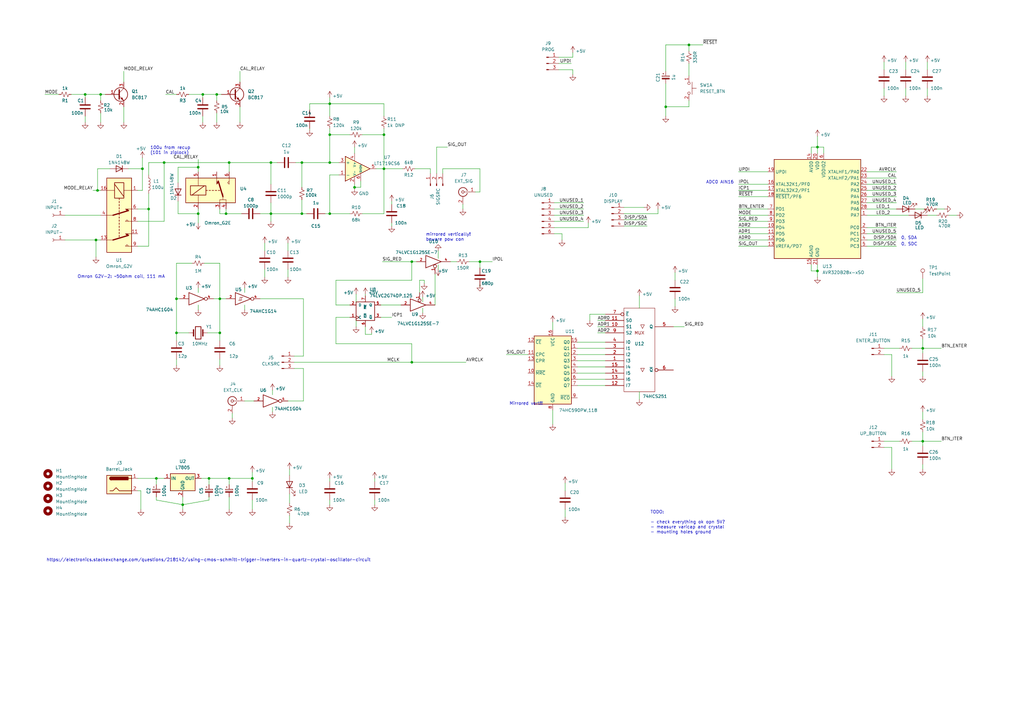
<source format=kicad_sch>
(kicad_sch (version 20211123) (generator eeschema)
  (paper "A3")
  (junction (at 135.255 87.63))
  (junction (at 123.825 66.675))
  (junction (at 93.98 66.675))
  (junction (at 135.255 42.545))
  (junction (at 72.39 122.555))
  (junction (at 85.725 196.215))
  (junction (at 168.91 107.315))
  (junction (at 64.135 196.215))
  (junction (at 74.93 207.01))
  (junction (at 378.46 180.975))
  (junction (at 145.415 76.835))
  (junction (at 111.125 66.675))
  (junction (at 135.255 55.245))
  (junction (at 282.575 18.415))
  (junction (at 88.9 38.735))
  (junction (at 90.17 122.555))
  (junction (at 378.46 142.875))
  (junction (at 41.275 38.735))
  (junction (at 81.28 68.58))
  (junction (at 335.28 60.325))
  (junction (at 196.85 107.315))
  (junction (at 111.125 87.63))
  (junction (at 123.825 87.63))
  (junction (at 67.31 66.675))
  (junction (at 40.005 78.105))
  (junction (at 273.05 43.815))
  (junction (at 103.505 196.215))
  (junction (at 168.91 148.59))
  (junction (at 39.37 98.425))
  (junction (at 135.255 66.675))
  (junction (at 157.48 55.245))
  (junction (at 92.71 87.63))
  (junction (at 93.98 196.215))
  (junction (at 81.28 87.63))
  (junction (at 58.42 69.215))
  (junction (at 335.28 111.125))
  (junction (at 60.96 85.725))
  (junction (at 157.48 69.215))
  (junction (at 34.925 38.735))
  (junction (at 83.185 38.735))
  (junction (at 72.39 136.525))
  (junction (at 90.17 136.525))
  (wire (pts (xy 231.775 208.915) (xy 231.775 212.09)))
  (wire (pts (xy 83.185 38.735) (xy 83.185 40.005)))
  (wire (pts (xy 236.855 158.115) (xy 248.285 158.115)))
  (wire (pts (xy 143.51 55.245) (xy 135.255 55.245)))
  (wire (pts (xy 152.4 136.525) (xy 152.4 137.16)))
  (wire (pts (xy 93.98 196.215) (xy 93.98 198.755)))
  (wire (pts (xy 81.28 68.58) (xy 81.28 65.405)))
  (wire (pts (xy 103.505 205.105) (xy 103.505 208.915)))
  (wire (pts (xy 56.515 90.805) (xy 67.31 90.805)))
  (wire (pts (xy 302.895 70.485) (xy 314.96 70.485)))
  (wire (pts (xy 335.28 55.88) (xy 335.28 60.325)))
  (wire (pts (xy 18.415 38.735) (xy 24.13 38.735)))
  (wire (pts (xy 156.21 125.095) (xy 164.465 125.095)))
  (wire (pts (xy 118.11 164.465) (xy 124.46 164.465)))
  (wire (pts (xy 88.9 46.355) (xy 88.9 50.165)))
  (wire (pts (xy 146.05 131.445) (xy 146.05 133.985)))
  (wire (pts (xy 262.255 160.655) (xy 262.255 163.83)))
  (wire (pts (xy 64.135 205.105) (xy 74.93 207.01)))
  (wire (pts (xy 137.795 140.97) (xy 168.91 140.97)))
  (wire (pts (xy 147.955 76.835) (xy 145.415 76.835)))
  (wire (pts (xy 207.645 145.415) (xy 216.535 145.415)))
  (wire (pts (xy 196.85 69.215) (xy 181.61 69.215)))
  (wire (pts (xy 90.17 136.525) (xy 90.17 139.7)))
  (wire (pts (xy 276.86 111.76) (xy 276.86 114.935)))
  (wire (pts (xy 173.355 126.365) (xy 173.355 128.27)))
  (wire (pts (xy 72.39 107.95) (xy 72.39 122.555)))
  (wire (pts (xy 365.76 183.515) (xy 365.76 192.405)))
  (wire (pts (xy 145.415 76.835) (xy 145.415 77.47)))
  (wire (pts (xy 38.1 78.105) (xy 40.005 78.105)))
  (wire (pts (xy 100.33 164.465) (xy 104.14 164.465)))
  (wire (pts (xy 148.59 87.63) (xy 157.48 87.63)))
  (wire (pts (xy 168.91 107.315) (xy 168.91 114.935)))
  (wire (pts (xy 196.85 107.315) (xy 201.93 107.315)))
  (wire (pts (xy 154.305 69.215) (xy 157.48 69.215)))
  (wire (pts (xy 40.005 69.215) (xy 40.005 78.105)))
  (wire (pts (xy 124.46 151.13) (xy 124.46 164.465)))
  (wire (pts (xy 127 42.545) (xy 135.255 42.545)))
  (wire (pts (xy 67.31 66.675) (xy 93.98 66.675)))
  (wire (pts (xy 60.96 100.965) (xy 60.96 85.725)))
  (wire (pts (xy 380.365 88.265) (xy 384.175 88.265)))
  (wire (pts (xy 355.6 100.965) (xy 367.665 100.965)))
  (wire (pts (xy 135.255 40.005) (xy 135.255 42.545)))
  (wire (pts (xy 56.515 100.965) (xy 60.96 100.965)))
  (wire (pts (xy 332.74 108.585) (xy 332.74 111.125)))
  (wire (pts (xy 92.71 87.63) (xy 99.06 87.63)))
  (wire (pts (xy 74.93 207.01) (xy 85.725 205.105)))
  (wire (pts (xy 282.575 18.415) (xy 288.29 18.415)))
  (wire (pts (xy 34.925 38.735) (xy 34.925 40.005)))
  (wire (pts (xy 90.17 122.555) (xy 92.71 122.555)))
  (wire (pts (xy 282.575 26.035) (xy 282.575 31.115)))
  (wire (pts (xy 168.91 148.59) (xy 168.91 140.97)))
  (wire (pts (xy 81.28 125.095) (xy 81.28 127)))
  (wire (pts (xy 160.655 91.44) (xy 160.655 92.71)))
  (wire (pts (xy 156.21 130.175) (xy 160.655 130.175)))
  (wire (pts (xy 302.895 88.265) (xy 314.96 88.265)))
  (wire (pts (xy 375.285 85.725) (xy 379.095 85.725)))
  (wire (pts (xy 137.795 114.935) (xy 137.795 125.095)))
  (wire (pts (xy 229.235 28.575) (xy 234.95 28.575)))
  (wire (pts (xy 72.39 122.555) (xy 73.66 122.555)))
  (wire (pts (xy 135.255 196.215) (xy 135.255 197.485)))
  (wire (pts (xy 302.895 100.965) (xy 314.96 100.965)))
  (wire (pts (xy 135.255 55.245) (xy 135.255 52.705)))
  (wire (pts (xy 236.855 153.035) (xy 248.285 153.035)))
  (wire (pts (xy 121.285 66.675) (xy 123.825 66.675)))
  (wire (pts (xy 194.945 78.74) (xy 196.85 78.74)))
  (wire (pts (xy 81.28 87.63) (xy 81.28 85.725)))
  (wire (pts (xy 93.98 66.675) (xy 111.125 66.675)))
  (wire (pts (xy 239.395 85.725) (xy 227.33 85.725)))
  (wire (pts (xy 147.955 74.295) (xy 147.955 76.835)))
  (wire (pts (xy 362.585 183.515) (xy 365.76 183.515)))
  (wire (pts (xy 40.005 78.105) (xy 41.275 78.105)))
  (wire (pts (xy 236.855 150.495) (xy 248.285 150.495)))
  (wire (pts (xy 123.825 87.63) (xy 125.73 87.63)))
  (wire (pts (xy 302.895 78.105) (xy 314.96 78.105)))
  (wire (pts (xy 100.33 118.11) (xy 100.33 120.015)))
  (wire (pts (xy 168.91 148.59) (xy 191.135 148.59)))
  (wire (pts (xy 41.275 38.735) (xy 41.275 41.275)))
  (wire (pts (xy 239.395 83.185) (xy 227.33 83.185)))
  (wire (pts (xy 133.35 87.63) (xy 135.255 87.63)))
  (wire (pts (xy 355.6 95.885) (xy 367.665 95.885)))
  (wire (pts (xy 170.18 69.215) (xy 176.53 69.215)))
  (wire (pts (xy 148.59 55.245) (xy 157.48 55.245)))
  (wire (pts (xy 367.665 73.025) (xy 355.6 73.025)))
  (wire (pts (xy 81.28 70.485) (xy 81.28 68.58)))
  (wire (pts (xy 85.725 203.835) (xy 85.725 205.105)))
  (wire (pts (xy 378.46 177.165) (xy 378.46 180.975)))
  (wire (pts (xy 123.825 76.835) (xy 123.825 66.675)))
  (wire (pts (xy 56.515 85.725) (xy 60.96 85.725)))
  (wire (pts (xy 172.085 114.935) (xy 172.085 120.015)))
  (wire (pts (xy 355.6 98.425) (xy 367.665 98.425)))
  (wire (pts (xy 26.67 88.265) (xy 41.275 88.265)))
  (wire (pts (xy 111.125 83.185) (xy 111.125 87.63)))
  (wire (pts (xy 196.85 117.475) (xy 196.85 116.84)))
  (wire (pts (xy 103.505 193.675) (xy 103.505 196.215)))
  (wire (pts (xy 73.025 87.63) (xy 81.28 87.63)))
  (wire (pts (xy 157.48 87.63) (xy 157.48 69.215)))
  (wire (pts (xy 118.745 192.405) (xy 118.745 194.945)))
  (wire (pts (xy 362.585 25.4) (xy 362.585 28.575)))
  (wire (pts (xy 371.475 25.4) (xy 371.475 28.575)))
  (wire (pts (xy 273.05 43.815) (xy 282.575 43.815)))
  (wire (pts (xy 88.9 38.735) (xy 88.9 41.275)))
  (wire (pts (xy 302.895 95.885) (xy 314.96 95.885)))
  (wire (pts (xy 137.795 130.175) (xy 143.51 130.175)))
  (wire (pts (xy 179.705 102.87) (xy 179.705 106.045)))
  (wire (pts (xy 227.33 95.885) (xy 230.505 95.885)))
  (wire (pts (xy 168.91 107.315) (xy 170.815 107.315)))
  (wire (pts (xy 378.46 180.975) (xy 386.08 180.975)))
  (wire (pts (xy 45.085 69.215) (xy 40.005 69.215)))
  (wire (pts (xy 335.28 108.585) (xy 335.28 111.125)))
  (wire (pts (xy 181.61 69.215) (xy 181.61 71.12)))
  (wire (pts (xy 255.905 85.09) (xy 264.16 85.09)))
  (wire (pts (xy 302.895 98.425) (xy 314.96 98.425)))
  (wire (pts (xy 241.935 128.905) (xy 248.285 128.905)))
  (wire (pts (xy 374.015 142.875) (xy 378.46 142.875)))
  (wire (pts (xy 378.46 168.91) (xy 378.46 172.085)))
  (wire (pts (xy 234.95 21.59) (xy 234.95 23.495)))
  (wire (pts (xy 157.48 69.215) (xy 157.48 55.245)))
  (wire (pts (xy 226.695 168.275) (xy 226.695 173.99)))
  (wire (pts (xy 83.82 107.95) (xy 90.17 107.95)))
  (wire (pts (xy 137.795 125.095) (xy 143.51 125.095)))
  (wire (pts (xy 302.895 80.645) (xy 314.96 80.645)))
  (wire (pts (xy 173.355 121.92) (xy 173.355 123.825)))
  (wire (pts (xy 73.025 74.93) (xy 73.025 68.58)))
  (wire (pts (xy 173.99 114.935) (xy 173.99 116.205)))
  (wire (pts (xy 227.33 93.345) (xy 241.3 93.345)))
  (wire (pts (xy 64.135 196.215) (xy 67.31 196.215)))
  (wire (pts (xy 229.235 23.495) (xy 234.95 23.495)))
  (wire (pts (xy 34.925 47.625) (xy 34.925 50.165)))
  (wire (pts (xy 57.785 201.295) (xy 57.785 208.915)))
  (wire (pts (xy 123.825 87.63) (xy 111.125 87.63)))
  (wire (pts (xy 157.48 52.705) (xy 157.48 55.245)))
  (wire (pts (xy 72.39 122.555) (xy 72.39 136.525)))
  (wire (pts (xy 196.85 78.74) (xy 196.85 69.215)))
  (wire (pts (xy 380.365 25.4) (xy 380.365 28.575)))
  (wire (pts (xy 56.515 201.295) (xy 57.785 201.295)))
  (wire (pts (xy 378.46 190.5) (xy 378.46 192.405)))
  (wire (pts (xy 90.17 147.32) (xy 90.17 149.86)))
  (wire (pts (xy 245.11 133.985) (xy 248.285 133.985)))
  (wire (pts (xy 127 52.705) (xy 127 53.34)))
  (wire (pts (xy 93.98 203.835) (xy 93.98 208.915)))
  (wire (pts (xy 123.825 66.675) (xy 135.255 66.675)))
  (wire (pts (xy 58.42 69.215) (xy 58.42 78.105)))
  (wire (pts (xy 332.74 60.325) (xy 335.28 60.325)))
  (wire (pts (xy 111.76 167.005) (xy 111.76 168.91)))
  (wire (pts (xy 83.185 47.625) (xy 83.185 50.165)))
  (wire (pts (xy 273.05 34.29) (xy 273.05 43.815)))
  (wire (pts (xy 50.8 29.21) (xy 50.8 33.655)))
  (wire (pts (xy 276.86 122.555) (xy 276.86 125.73)))
  (wire (pts (xy 302.895 85.725) (xy 314.96 85.725)))
  (wire (pts (xy 389.255 88.265) (xy 392.43 88.265)))
  (wire (pts (xy 58.42 64.77) (xy 58.42 69.215)))
  (wire (pts (xy 74.93 207.01) (xy 74.93 208.915)))
  (wire (pts (xy 255.905 87.63) (xy 269.875 87.63)))
  (wire (pts (xy 120.65 148.59) (xy 168.91 148.59)))
  (wire (pts (xy 236.855 145.415) (xy 248.285 145.415)))
  (wire (pts (xy 367.665 70.485) (xy 355.6 70.485)))
  (wire (pts (xy 29.21 38.735) (xy 34.925 38.735)))
  (wire (pts (xy 371.475 36.195) (xy 371.475 39.37)))
  (wire (pts (xy 118.11 110.49) (xy 118.11 113.665)))
  (wire (pts (xy 139.065 66.675) (xy 135.255 66.675)))
  (wire (pts (xy 60.96 79.375) (xy 60.96 85.725)))
  (wire (pts (xy 362.585 36.195) (xy 362.585 39.37)))
  (wire (pts (xy 135.255 66.675) (xy 135.255 55.245)))
  (wire (pts (xy 143.51 87.63) (xy 135.255 87.63)))
  (wire (pts (xy 118.745 202.565) (xy 118.745 206.375)))
  (wire (pts (xy 106.68 122.555) (xy 124.46 122.555)))
  (wire (pts (xy 337.82 62.865) (xy 337.82 60.325)))
  (wire (pts (xy 245.11 136.525) (xy 248.285 136.525)))
  (wire (pts (xy 39.37 98.425) (xy 41.275 98.425)))
  (wire (pts (xy 236.855 155.575) (xy 248.285 155.575)))
  (wire (pts (xy 90.17 107.95) (xy 90.17 122.555)))
  (wire (pts (xy 362.585 180.975) (xy 368.935 180.975)))
  (wire (pts (xy 367.665 83.185) (xy 355.6 83.185)))
  (wire (pts (xy 26.67 98.425) (xy 39.37 98.425)))
  (wire (pts (xy 82.55 196.215) (xy 85.725 196.215)))
  (wire (pts (xy 67.945 38.735) (xy 72.39 38.735)))
  (wire (pts (xy 90.17 87.63) (xy 90.17 85.725)))
  (wire (pts (xy 41.275 46.355) (xy 41.275 50.165)))
  (wire (pts (xy 236.855 142.875) (xy 248.285 142.875)))
  (wire (pts (xy 355.6 93.345) (xy 367.665 93.345)))
  (wire (pts (xy 50.8 43.815) (xy 50.8 50.165)))
  (wire (pts (xy 230.505 95.885) (xy 230.505 98.425)))
  (wire (pts (xy 135.255 42.545) (xy 135.255 47.625)))
  (wire (pts (xy 52.705 69.215) (xy 58.42 69.215)))
  (wire (pts (xy 153.67 205.105) (xy 153.67 207.01)))
  (wire (pts (xy 378.46 152.4) (xy 378.46 154.305)))
  (wire (pts (xy 367.665 75.565) (xy 355.6 75.565)))
  (wire (pts (xy 367.665 85.725) (xy 355.6 85.725)))
  (wire (pts (xy 118.745 211.455) (xy 118.745 214.63)))
  (wire (pts (xy 176.53 69.215) (xy 176.53 71.12)))
  (wire (pts (xy 378.46 142.875) (xy 378.46 144.78)))
  (wire (pts (xy 111.125 87.63) (xy 111.125 90.805)))
  (wire (pts (xy 124.46 146.05) (xy 120.65 146.05)))
  (wire (pts (xy 314.96 93.345) (xy 302.895 93.345)))
  (wire (pts (xy 106.68 87.63) (xy 111.125 87.63)))
  (wire (pts (xy 118.11 99.695) (xy 118.11 102.87)))
  (wire (pts (xy 236.855 147.955) (xy 248.285 147.955)))
  (wire (pts (xy 179.07 60.325) (xy 183.515 60.325)))
  (wire (pts (xy 145.415 75.565) (xy 145.415 76.835)))
  (wire (pts (xy 380.365 36.195) (xy 380.365 39.37)))
  (wire (pts (xy 60.96 66.675) (xy 67.31 66.675)))
  (wire (pts (xy 362.585 145.415) (xy 365.76 145.415)))
  (wire (pts (xy 98.425 43.815) (xy 98.425 50.165)))
  (wire (pts (xy 156.845 107.315) (xy 168.91 107.315)))
  (wire (pts (xy 378.46 139.065) (xy 378.46 142.875)))
  (wire (pts (xy 332.74 111.125) (xy 335.28 111.125)))
  (wire (pts (xy 226.695 132.08) (xy 226.695 135.255)))
  (wire (pts (xy 241.935 128.905) (xy 241.935 131.445)))
  (wire (pts (xy 378.46 130.81) (xy 378.46 133.985)))
  (wire (pts (xy 98.425 33.655) (xy 98.425 29.21)))
  (wire (pts (xy 34.925 38.735) (xy 41.275 38.735)))
  (wire (pts (xy 81.28 118.11) (xy 81.28 120.015)))
  (wire (pts (xy 39.37 98.425) (xy 39.37 105.41)))
  (wire (pts (xy 135.255 71.755) (xy 139.065 71.755)))
  (wire (pts (xy 73.025 82.55) (xy 73.025 87.63)))
  (wire (pts (xy 157.48 47.625) (xy 157.48 42.545)))
  (wire (pts (xy 81.28 91.44) (xy 81.28 87.63)))
  (wire (pts (xy 192.405 107.315) (xy 196.85 107.315)))
  (wire (pts (xy 85.09 136.525) (xy 90.17 136.525)))
  (wire (pts (xy 111.76 160.02) (xy 111.76 161.925)))
  (wire (pts (xy 67.31 90.805) (xy 67.31 66.675)))
  (wire (pts (xy 64.135 196.215) (xy 64.135 198.755)))
  (wire (pts (xy 365.76 145.415) (xy 365.76 154.305)))
  (wire (pts (xy 120.65 151.13) (xy 124.46 151.13)))
  (wire (pts (xy 367.665 78.105) (xy 355.6 78.105)))
  (wire (pts (xy 245.11 131.445) (xy 248.285 131.445)))
  (wire (pts (xy 179.705 108.585) (xy 179.705 110.49)))
  (wire (pts (xy 178.435 112.395) (xy 178.435 125.095)))
  (wire (pts (xy 78.74 107.95) (xy 72.39 107.95)))
  (wire (pts (xy 374.015 180.975) (xy 378.46 180.975)))
  (wire (pts (xy 111.125 66.675) (xy 111.125 75.565)))
  (wire (pts (xy 236.855 140.335) (xy 248.285 140.335)))
  (wire (pts (xy 378.46 180.975) (xy 378.46 182.88)))
  (wire (pts (xy 64.135 203.835) (xy 64.135 205.105)))
  (wire (pts (xy 269.875 85.725) (xy 269.875 87.63)))
  (wire (pts (xy 72.39 136.525) (xy 72.39 139.7)))
  (wire (pts (xy 314.96 75.565) (xy 302.895 75.565)))
  (wire (pts (xy 85.725 196.215) (xy 93.98 196.215)))
  (wire (pts (xy 93.98 196.215) (xy 103.505 196.215)))
  (wire (pts (xy 157.48 69.215) (xy 165.1 69.215)))
  (wire (pts (xy 41.275 38.735) (xy 43.18 38.735)))
  (wire (pts (xy 184.785 107.315) (xy 187.325 107.315)))
  (wire (pts (xy 332.74 60.325) (xy 332.74 62.865)))
  (wire (pts (xy 231.775 198.12) (xy 231.775 201.295)))
  (wire (pts (xy 149.86 120.65) (xy 149.86 121.285)))
  (wire (pts (xy 255.905 92.71) (xy 265.43 92.71)))
  (wire (pts (xy 90.17 122.555) (xy 90.17 136.525)))
  (wire (pts (xy 179.07 60.325) (xy 179.07 71.12)))
  (wire (pts (xy 262.255 121.285) (xy 262.255 126.365)))
  (wire (pts (xy 282.575 41.275) (xy 282.575 43.815)))
  (wire (pts (xy 124.46 122.555) (xy 124.46 146.05)))
  (wire (pts (xy 83.185 38.735) (xy 88.9 38.735)))
  (wire (pts (xy 149.86 133.985) (xy 149.86 137.16)))
  (wire (pts (xy 241.3 91.44) (xy 241.3 93.345)))
  (wire (pts (xy 234.95 28.575) (xy 234.95 30.48)))
  (wire (pts (xy 74.93 207.01) (xy 74.93 203.835)))
  (wire (pts (xy 95.25 169.545) (xy 95.25 171.45)))
  (wire (pts (xy 362.585 142.875) (xy 368.935 142.875)))
  (wire (pts (xy 367.665 80.645) (xy 355.6 80.645)))
  (wire (pts (xy 92.71 85.725) (xy 92.71 87.63)))
  (wire (pts (xy 384.175 85.725) (xy 387.35 85.725)))
  (wire (pts (xy 72.39 147.32) (xy 72.39 149.86)))
  (wire (pts (xy 157.48 42.545) (xy 135.255 42.545)))
  (wire (pts (xy 302.895 90.805) (xy 314.96 90.805)))
  (wire (pts (xy 273.05 18.415) (xy 282.575 18.415)))
  (wire (pts (xy 335.28 60.325) (xy 337.82 60.325)))
  (wire (pts (xy 239.395 90.805) (xy 227.33 90.805)))
  (wire (pts (xy 153.67 196.215) (xy 153.67 197.485)))
  (wire (pts (xy 90.17 87.63) (xy 92.71 87.63)))
  (wire (pts (xy 56.515 196.215) (xy 64.135 196.215)))
  (wire (pts (xy 234.315 26.035) (xy 229.235 26.035)))
  (wire (pts (xy 378.46 142.875) (xy 386.08 142.875)))
  (wire (pts (xy 123.825 81.915) (xy 123.825 87.63)))
  (wire (pts (xy 108.585 99.695) (xy 108.585 102.87)))
  (wire (pts (xy 149.86 137.16) (xy 152.4 137.16)))
  (wire (pts (xy 135.255 87.63) (xy 135.255 71.755)))
  (wire (pts (xy 85.725 196.215) (xy 85.725 198.755)))
  (wire (pts (xy 58.42 78.105) (xy 56.515 78.105)))
  (wire (pts (xy 160.655 82.55) (xy 160.655 83.82)))
  (wire (pts (xy 273.05 29.21) (xy 273.05 18.415)))
  (wire (pts (xy 137.795 140.97) (xy 137.795 130.175)))
  (wire (pts (xy 127 45.085) (xy 127 42.545)))
  (wire (pts (xy 239.395 88.265) (xy 227.33 88.265)))
  (wire (pts (xy 280.67 133.985) (xy 276.225 133.985)))
  (wire (pts (xy 73.025 68.58) (xy 81.28 68.58)))
  (wire (pts (xy 60.96 71.755) (xy 60.96 66.675)))
  (wire (pts (xy 335.28 111.125) (xy 335.28 113.665)))
  (wire (pts (xy 172.085 114.935) (xy 173.99 114.935)))
  (wire (pts (xy 255.905 90.17) (xy 265.43 90.17)))
  (wire (pts (xy 196.85 107.315) (xy 196.85 109.855)))
  (wire (pts (xy 93.98 66.675) (xy 93.98 70.485)))
  (wire (pts (xy 108.585 110.49) (xy 108.585 113.665)))
  (wire (pts (xy 273.05 43.815) (xy 273.05 47.625)))
  (wire (pts (xy 111.125 66.675) (xy 113.665 66.675)))
  (wire (pts (xy 367.665 120.015) (xy 378.46 120.015)))
  (wire (pts (xy 372.745 88.265) (xy 355.6 88.265)))
  (wire (pts (xy 189.865 83.82) (xy 189.865 85.725)))
  (wire (pts (xy 146.05 120.65) (xy 146.05 123.825)))
  (wire (pts (xy 87.63 122.555) (xy 90.17 122.555)))
  (wire (pts (xy 103.505 196.215) (xy 103.505 197.485)))
  (wire (pts (xy 100.33 125.095) (xy 100.33 127)))
  (wire (pts (xy 335.28 62.865) (xy 335.28 60.325)))
  (wire (pts (xy 88.9 38.735) (xy 90.805 38.735)))
  (wire (pts (xy 145.415 60.325) (xy 145.415 62.865)))
  (wire (pts (xy 135.255 205.105) (xy 135.255 207.01)))
  (wire (pts (xy 72.39 136.525) (xy 77.47 136.525)))
  (wire (pts (xy 282.575 18.415) (xy 282.575 20.955)))
  (wire (pts (xy 77.47 38.735) (xy 83.185 38.735)))
  (wire (pts (xy 168.91 114.935) (xy 137.795 114.935)))
  (wire (pts (xy 378.46 120.015) (xy 378.46 114.3)))
  (text "100u from recup\n(101 in ziplock)" (at 61.595 63.5 0) (effects (font (size 1.27 1.27)) (justify left bottom)))
  (text "mirrored vertically!\nbeware pow con\n" (at 174.625 99.06 0) (effects (font (size 1.27 1.27)) (justify left bottom)))
  (text "0, SDC\n" (at 369.57 100.965 0) (effects (font (size 1.27 1.27)) (justify left bottom)))
  (text "TODO:\n\n- check everything ok opn 5V?\n- measure varicap and crystal\n- mounting holes ground\n" (at 266.7 219.075 0) (effects (font (size 1.27 1.27)) (justify left bottom)))
  (text "Mirrored vert!!\n" (at 208.915 166.37 0) (effects (font (size 1.27 1.27)) (justify left bottom)))
  (text "Omron G2V-2: ~50ohm coil, 111 mA" (at 31.75 114.3 0) (effects (font (size 1.27 1.27)) (justify left bottom)))
  (text "ADC0 AIN16\n" (at 289.56 75.565 0) (effects (font (size 1.27 1.27)) (justify left bottom)))
  (text "0, SDA" (at 369.57 98.425 0) (effects (font (size 1.27 1.27)) (justify left bottom)))
  (text "https://electronics.stackexchange.com/questions/218142/using-cmos-schmitt-trigger-inverters-in-quartz-crystal-oscillator-circuit" (at 19.05 230.505 0) (effects (font (size 1.27 1.27)) (justify left bottom)))
  (label "UNUSED_4" (at 367.665 83.185 180))
  (label "ADR1" (at 302.895 95.885 0))
  (label "UNUSED_2" (at 239.395 85.725 180))
  (label "AVRCLK" (at 191.135 148.59 0))
  (label "UPDI" (at 302.895 70.485 0))
  (label "CAL" (at 367.665 73.025 180))
  (label "MODE" (at 18.415 38.735 0))
  (label "ADR0" (at 245.11 131.445 0))
  (label "UPDI" (at 234.315 26.035 180))
  (label "IPOL" (at 201.93 107.315 0))
  (label "UNUSED_5" (at 367.665 95.885 180))
  (label "ICP1" (at 302.895 78.105 0))
  (label "UNUSED_2" (at 367.665 78.105 180))
  (label "MODE" (at 302.895 88.265 0))
  (label "UNUSED_3" (at 239.395 88.265 180))
  (label "ICP1" (at 160.655 130.175 0))
  (label "DISP{slash}SDC" (at 265.43 92.71 180))
  (label "UNUSED_5" (at 367.665 120.015 0))
  (label "BTN_ITER" (at 367.665 93.345 180))
  (label "DISP{slash}SDC" (at 367.665 100.965 180))
  (label "SIG_RED" (at 156.845 107.315 0))
  (label "~{RESET}" (at 288.29 18.415 0))
  (label "SIG_RED" (at 280.67 133.985 0))
  (label "ADR1" (at 245.11 133.985 0))
  (label "SIG_OUT" (at 183.515 60.325 0))
  (label "BTN_ENTER" (at 302.895 85.725 0))
  (label "UNUSED_1" (at 367.665 75.565 180))
  (label "SIG_OUT" (at 302.895 100.965 0))
  (label "AVRCLK" (at 367.665 70.485 180))
  (label "UNUSED_4" (at 239.395 90.805 180))
  (label "CAL" (at 67.945 38.735 0))
  (label "MODE_RELAY" (at 50.8 29.21 0))
  (label "DISP{slash}SDA" (at 367.665 98.425 180))
  (label "UNUSED_1" (at 239.395 83.185 180))
  (label "CAL_RELAY" (at 81.28 65.405 180))
  (label "DISP{slash}SDA" (at 265.43 90.17 180))
  (label "ADR0" (at 302.895 98.425 0))
  (label "BTN_ENTER" (at 386.08 142.875 0))
  (label "CAL_RELAY" (at 98.425 29.21 0))
  (label "LED_1" (at 365.125 85.725 180))
  (label "ADR2" (at 302.895 93.345 0))
  (label "IPOL" (at 302.895 75.565 0))
  (label "BTN_ITER" (at 386.08 180.975 0))
  (label "LED_2" (at 365.125 88.265 180))
  (label "MODE_RELAY" (at 38.1 78.105 180))
  (label "MCLK" (at 158.75 148.59 0))
  (label "SIG_OUT" (at 207.645 145.415 0))
  (label "UNUSED_3" (at 367.665 80.645 180))
  (label "ADR2" (at 245.11 136.525 0))
  (label "~{RESET}" (at 302.895 80.645 0))
  (label "SIG_RED" (at 302.895 90.805 0))
  (symbol (lib_id "Device:C") (at 108.585 106.68 180) (unit 1)
    (property "Reference" "C10" (at 109.22 103.505 0) (effects (justify right)))
    (property "Value" "100n" (at 109.22 110.49 0) (effects (justify right)))
    (property "Footprint" "Capacitor_SMD:C_0805_2012Metric_Pad1.18x1.45mm_HandSolder" (effects hide))
  )
  (symbol (lib_id "power:GND") (at 231.775 212.09 0) (unit 1)
    (property "Reference" "#PWR056" (effects hide))
    (property "Value" "GND" (effects hide))
  )
  (symbol (lib_id "Device:C_Polarized_Small") (at 64.135 201.295 0) (unit 1)
    (property "Reference" "C2" (at 60.96 201.295 90))
    (property "Value" "100u" (at 67.31 201.295 90))
    (property "Footprint" "Capacitor_THT:CP_Radial_D5.0mm_P2.00mm" (effects hide))
  )
  (symbol (lib_id "power:+5V") (at 81.28 91.44 0) (mirror x) (unit 1)
    (property "Reference" "#PWR09" (effects hide))
    (property "Value" "+5V" (at 78.105 92.075 0))
  )
  (symbol (lib_id "power:GND") (at 108.585 113.665 0) (unit 1)
    (property "Reference" "#PWR023" (effects hide))
    (property "Value" "GND" (effects hide))
  )
  (symbol (lib_id "power:GND") (at 362.585 39.37 0) (unit 1)
    (property "Reference" "#PWR071" (effects hide))
    (property "Value" "GND" (effects hide))
  )
  (symbol (lib_id "Device:C") (at 127 48.895 180) (unit 1)
    (property "Reference" "C14" (at 123.825 46.355 0) (effects (justify right)))
    (property "Value" "100n" (at 121.285 51.435 0) (effects (justify right)))
    (property "Footprint" "Capacitor_SMD:C_0805_2012Metric_Pad1.18x1.45mm_HandSolder" (effects hide))
  )
  (symbol (lib_id "power:GND") (at 371.475 39.37 0) (unit 1)
    (property "Reference" "#PWR075" (effects hide))
    (property "Value" "GND" (effects hide))
  )
  (symbol (lib_id "power:+5V") (at 173.355 121.92 0) (unit 1)
    (property "Reference" "#PWR045" (effects hide))
    (property "Value" "+5V" (at 176.53 121.285 0))
  )
  (symbol (lib_id "power:GND") (at 127 53.34 0) (unit 1)
    (property "Reference" "#PWR031" (effects hide))
    (property "Value" "GND" (effects hide))
  )
  (symbol (lib_id "power:+5V") (at 262.255 121.285 0) (unit 1)
    (property "Reference" "#PWR061" (effects hide))
    (property "Value" "+5V" (at 265.43 120.65 0))
  )
  (symbol (lib_id "Device:C") (at 135.255 201.295 180) (unit 1)
    (property "Reference" "C16" (at 137.16 198.12 0) (effects (justify right)))
    (property "Value" "100n" (at 136.525 205.105 0) (effects (justify right)))
    (property "Footprint" "Capacitor_SMD:C_0805_2012Metric_Pad1.18x1.45mm_HandSolder" (effects hide))
  )
  (symbol (lib_id "power:+5V") (at 111.76 160.02 0) (unit 1)
    (property "Reference" "#PWR025" (effects hide))
    (property "Value" "+5V" (at 114.935 159.385 0))
  )
  (symbol (lib_id "power:GND") (at 145.415 77.47 0) (unit 1)
    (property "Reference" "#PWR036" (effects hide))
    (property "Value" "GND" (at 149.225 79.375 0))
  )
  (symbol (lib_id "Connector:TestPoint") (at 378.46 114.3 0) (unit 1)
    (property "Reference" "TP1" (at 381 109.7279 0) (effects (justify left)))
    (property "Value" "TestPoint" (at 381 112.2679 0) (effects (justify left)))
    (property "Footprint" "TestPoint:TestPoint_THTPad_1.0x1.0mm_Drill0.5mm" (effects hide))
  )
  (symbol (lib_id "74xx_IEEE:74251") (at 262.255 142.875 0) (unit 1)
    (property "Reference" "U12" (at 262.255 140.97 0))
    (property "Value" "74HCS251" (at 268.605 162.56 0))
    (property "Footprint" "Package_SO:SOIC-16_4.55x10.3mm_P1.27mm" (effects hide))
  )
  (symbol (lib_id "power:GND") (at 146.05 133.985 0) (mirror y) (unit 1)
    (property "Reference" "#PWR038" (effects hide))
    (property "Value" "GND" (effects hide))
  )
  (symbol (lib_id "power:GND") (at 153.67 207.01 0) (unit 1)
    (property "Reference" "#PWR042" (effects hide))
    (property "Value" "GND" (effects hide))
  )
  (symbol (lib_id "power:GND") (at 100.33 127 0) (mirror y) (unit 1)
    (property "Reference" "#PWR019" (effects hide))
    (property "Value" "GND" (effects hide))
  )
  (symbol (lib_id "Device:C") (at 378.46 148.59 180) (unit 1)
    (property "Reference" "C25" (at 381 147.32 0) (effects (justify right)))
    (property "Value" "100n" (at 381 149.86 0) (effects (justify right)))
    (property "Footprint" "Capacitor_SMD:C_0805_2012Metric_Pad1.18x1.45mm_HandSolder" (effects hide))
  )
  (symbol (lib_id "power:GND") (at 378.46 192.405 0) (unit 1)
    (property "Reference" "#PWR079" (effects hide))
    (property "Value" "GND" (effects hide))
  )
  (symbol (lib_id "power:GND") (at 95.25 171.45 0) (mirror y) (unit 1)
    (property "Reference" "#PWR016" (effects hide))
    (property "Value" "GND" (effects hide))
  )
  (symbol (lib_id "power:+5V") (at 335.28 55.88 0) (unit 1)
    (property "Reference" "#PWR068" (effects hide))
    (property "Value" "+5V" (at 338.455 55.245 0))
  )
  (symbol (lib_id "power:GND") (at 179.705 102.87 0) (mirror x) (unit 1)
    (property "Reference" "#PWR048" (effects hide))
    (property "Value" "GND" (effects hide))
  )
  (symbol (lib_id "custom:Omron_G2E") (at 87.63 78.105 0) (unit 1)
    (property "Reference" "U4" (at 98.425 77.4064 0) (effects (justify left)))
    (property "Value" "Omron_G2E" (at 83.82 91.44 0) (effects (justify left)))
    (property "Footprint" "custom:Omron G2E" (effects hide))
  )
  (symbol (lib_id "Device:R_Small_US") (at 167.64 69.215 270) (unit 1)
    (property "Reference" "R12" (at 167.64 71.755 90))
    (property "Value" "6k8" (at 167.64 66.675 90))
    (property "Footprint" "Resistor_SMD:R_0805_2012Metric_Pad1.20x1.40mm_HandSolder" (effects hide))
  )
  (symbol (lib_id "power:+5V") (at 149.86 120.65 0) (unit 1)
    (property "Reference" "#PWR039" (effects hide))
    (property "Value" "+5V" (at 153.035 120.015 0))
  )
  (symbol (lib_id "power:GND") (at 365.76 154.305 0) (unit 1)
    (property "Reference" "#PWR072" (effects hide))
    (property "Value" "GND" (effects hide))
  )
  (symbol (lib_id "power:GND") (at 93.98 208.915 0) (unit 1)
    (property "Reference" "#PWR015" (effects hide))
    (property "Value" "GND" (effects hide))
  )
  (symbol (lib_id "Analog_Comparator_AKL:LT1719CS6") (at 145.415 69.215 0) (unit 1)
    (property "Reference" "U7" (at 158.75 64.516 0))
    (property "Value" "LT1719CS6" (at 158.75 67.056 0))
    (property "Footprint" "Package_TO_SOT_SMD_AKL:SOT-23-6" (effects hide))
    (property "Datasheet" "https://www.analog.com/media/en/technical-documentation/data-sheets/1719fa.pdf" (effects hide))
  )
  (symbol (lib_id "power:GND") (at 81.28 127 0) (mirror y) (unit 1)
    (property "Reference" "#PWR011" (effects hide))
    (property "Value" "GND" (effects hide))
  )
  (symbol (lib_id "Diode:1N4148W") (at 73.025 78.74 270) (mirror x) (unit 1)
    (property "Reference" "D2" (at 69.85 81.28 90) (effects (justify left)))
    (property "Value" "1N4148W" (at 70.485 80.01 0) (effects (justify left)))
    (property "Footprint" "Diode_SMD:D_SOD-123" (effects hide))
    (property "Datasheet" "https://www.vishay.com/docs/85748/1n4148w.pdf" (effects hide))
  )
  (symbol (lib_id "power:+5V") (at 234.95 21.59 0) (unit 1)
    (property "Reference" "#PWR057" (effects hide))
    (property "Value" "+5V" (at 238.125 20.955 0))
  )
  (symbol (lib_id "Device:R_Small_US") (at 26.67 38.735 270) (unit 1)
    (property "Reference" "R1" (at 26.67 41.275 90))
    (property "Value" "1k" (at 26.67 36.195 90))
    (property "Footprint" "Resistor_SMD:R_0805_2012Metric_Pad1.20x1.40mm_HandSolder" (effects hide))
  )
  (symbol (lib_id "Device:C") (at 103.505 201.295 180) (unit 1)
    (property "Reference" "C9" (at 105.41 198.12 0) (effects (justify right)))
    (property "Value" "100n" (at 104.775 205.105 0) (effects (justify right)))
    (property "Footprint" "Capacitor_SMD:C_0805_2012Metric_Pad1.18x1.45mm_HandSolder" (effects hide))
  )
  (symbol (lib_id "Mechanical:MountingHole") (at 19.685 199.39 0) (unit 1)
    (property "Reference" "H2" (at 22.86 198.1199 0) (effects (justify left)))
    (property "Value" "MountingHole" (at 22.86 200.6599 0) (effects (justify left)))
    (property "Footprint" "MountingHole:MountingHole_3.2mm_M3_Pad" (effects hide))
  )
  (symbol (lib_id "Device:R_Small_US") (at 378.46 136.525 0) (unit 1)
    (property "Reference" "R17" (at 382.27 135.255 0))
    (property "Value" "10k" (at 382.27 137.795 0))
    (property "Footprint" "Resistor_SMD:R_0805_2012Metric_Pad1.20x1.40mm_HandSolder" (effects hide))
  )
  (symbol (lib_id "power:+5V") (at 276.86 111.76 0) (unit 1)
    (property "Reference" "#PWR066" (effects hide))
    (property "Value" "+5V" (at 280.035 111.125 0))
  )
  (symbol (lib_id "Device:C") (at 196.85 113.665 180) (unit 1)
    (property "Reference" "C19" (at 197.485 111.125 0) (effects (justify right)))
    (property "Value" "680p" (at 197.485 116.205 0) (effects (justify right)))
    (property "Footprint" "Capacitor_SMD:C_0805_2012Metric_Pad1.18x1.45mm_HandSolder" (effects hide))
  )
  (symbol (lib_id "Device:C") (at 160.655 87.63 180) (unit 1)
    (property "Reference" "C18" (at 162.56 84.455 0) (effects (justify right)))
    (property "Value" "100n" (at 161.925 91.44 0) (effects (justify right)))
    (property "Footprint" "Capacitor_SMD:C_0805_2012Metric_Pad1.18x1.45mm_HandSolder" (effects hide))
  )
  (symbol (lib_id "Device:C_Polarized_Small") (at 273.05 31.75 0) (unit 1)
    (property "Reference" "C21" (at 269.875 31.75 90))
    (property "Value" "1u" (at 276.225 31.75 90))
    (property "Footprint" "Capacitor_SMD:C_0805_2012Metric_Pad1.18x1.45mm_HandSolder" (effects hide))
  )
  (symbol (lib_id "Device:R_Small_US") (at 282.575 23.495 180) (unit 1)
    (property "Reference" "R14" (at 280.035 23.495 90))
    (property "Value" "330R" (at 285.115 23.495 90))
    (property "Footprint" "Resistor_SMD:R_0805_2012Metric_Pad1.20x1.40mm_HandSolder" (effects hide))
  )
  (symbol (lib_id "Device:C") (at 153.67 201.295 180) (unit 1)
    (property "Reference" "C17" (at 155.575 198.12 0) (effects (justify right)))
    (property "Value" "100n" (at 154.94 205.105 0) (effects (justify right)))
    (property "Footprint" "Capacitor_SMD:C_0805_2012Metric_Pad1.18x1.45mm_HandSolder" (effects hide))
  )
  (symbol (lib_id "power:+5V") (at 160.655 82.55 0) (unit 1)
    (property "Reference" "#PWR043" (effects hide))
    (property "Value" "+5V" (at 163.83 81.915 0))
  )
  (symbol (lib_id "Device:C_Polarized_Small") (at 93.98 201.295 0) (unit 1)
    (property "Reference" "C7" (at 90.805 201.295 90))
    (property "Value" "100u" (at 97.155 201.295 90))
    (property "Footprint" "Capacitor_THT:CP_Radial_D5.0mm_P2.00mm" (effects hide))
  )
  (symbol (lib_id "Device:LED") (at 376.555 88.265 180) (unit 1)
    (property "Reference" "D5" (at 375.285 91.44 0) (effects (justify right)))
    (property "Value" "LED" (at 375.285 93.345 0) (effects (justify right)))
    (property "Footprint" "LED_SMD:LED_1206_3216Metric" (effects hide))
  )
  (symbol (lib_id "power:+5V") (at 118.11 99.695 0) (unit 1)
    (property "Reference" "#PWR027" (effects hide))
    (property "Value" "+5V" (at 121.285 99.06 0))
  )
  (symbol (lib_id "power:+5V") (at 269.875 85.725 0) (unit 1)
    (property "Reference" "#PWR064" (effects hide))
    (property "Value" "+5V" (at 273.05 85.09 0))
  )
  (symbol (lib_id "Device:R_Small_US") (at 371.475 180.975 90) (unit 1)
    (property "Reference" "R16" (at 371.475 177.8 90))
    (property "Value" "1k" (at 371.475 184.15 90))
    (property "Footprint" "Resistor_SMD:R_0805_2012Metric_Pad1.20x1.40mm_HandSolder" (effects hide))
  )
  (symbol (lib_id "Mechanical:MountingHole") (at 19.685 204.47 0) (unit 1)
    (property "Reference" "H3" (at 22.86 203.1999 0) (effects (justify left)))
    (property "Value" "MountingHole" (at 22.86 205.7399 0) (effects (justify left)))
    (property "Footprint" "MountingHole:MountingHole_3.2mm_M3_Pad" (effects hide))
  )
  (symbol (lib_id "Device:C") (at 34.925 43.815 180) (unit 1)
    (property "Reference" "C1" (at 31.75 41.275 0) (effects (justify right)))
    (property "Value" "100n" (at 29.21 46.355 0) (effects (justify right)))
    (property "Footprint" "Capacitor_SMD:C_0805_2012Metric_Pad1.18x1.45mm_HandSolder" (effects hide))
  )
  (symbol (lib_id "power:GND") (at 111.125 90.805 0) (unit 1)
    (property "Reference" "#PWR024" (effects hide))
    (property "Value" "GND" (effects hide))
  )
  (symbol (lib_id "Device:R_Small_US") (at 123.825 79.375 180) (unit 1)
    (property "Reference" "R7" (at 127 78.105 0))
    (property "Value" "100k" (at 127.635 80.01 0))
    (property "Footprint" "Resistor_SMD:R_0805_2012Metric_Pad1.20x1.40mm_HandSolder" (effects hide))
  )
  (symbol (lib_id "power:GND") (at 98.425 50.165 0) (unit 1)
    (property "Reference" "#PWR017" (effects hide))
    (property "Value" "GND" (effects hide))
  )
  (symbol (lib_id "Device:R_Small_US") (at 41.275 43.815 0) (unit 1)
    (property "Reference" "R2" (at 43.815 43.18 0))
    (property "Value" "10k" (at 44.45 45.085 0))
    (property "Footprint" "Resistor_SMD:R_0805_2012Metric_Pad1.20x1.40mm_HandSolder" (effects hide))
  )
  (symbol (lib_id "power:+5V") (at 226.695 132.08 0) (unit 1)
    (property "Reference" "#PWR052" (effects hide))
    (property "Value" "+5V" (at 229.87 131.445 0))
  )
  (symbol (lib_id "Mechanical:MountingHole") (at 19.685 209.55 0) (unit 1)
    (property "Reference" "H4" (at 22.86 208.2799 0) (effects (justify left)))
    (property "Value" "MountingHole" (at 22.86 210.8199 0) (effects (justify left)))
    (property "Footprint" "MountingHole:MountingHole_3.2mm_M3_Pad" (effects hide))
  )
  (symbol (lib_id "Device:R_Small_US") (at 135.255 50.165 180) (unit 1)
    (property "Reference" "R8" (at 136.525 48.895 0) (effects (justify right)))
    (property "Value" "120k" (at 136.525 51.435 0) (effects (justify right)))
    (property "Footprint" "Resistor_SMD:R_0805_2012Metric_Pad1.20x1.40mm_HandSolder" (effects hide))
  )
  (symbol (lib_id "Connector:Conn_01x03_Male") (at 115.57 148.59 0) (unit 1)
    (property "Reference" "J5" (at 111.125 146.685 0))
    (property "Value" "CLKSRC" (at 111.125 149.225 0))
    (property "Footprint" "Connector_PinHeader_2.54mm:PinHeader_1x03_P2.54mm_Vertical" (effects hide))
  )
  (symbol (lib_id "power:GND") (at 39.37 105.41 0) (unit 1)
    (property "Reference" "#PWR02" (effects hide))
    (property "Value" "GND" (effects hide))
  )
  (symbol (lib_id "power:GND") (at 276.86 125.73 0) (unit 1)
    (property "Reference" "#PWR067" (effects hide))
    (property "Value" "GND" (effects hide))
  )
  (symbol (lib_id "power:GND") (at 365.76 192.405 0) (unit 1)
    (property "Reference" "#PWR073" (effects hide))
    (property "Value" "GND" (effects hide))
  )
  (symbol (lib_id "power:+5V") (at 135.255 196.215 0) (unit 1)
    (property "Reference" "#PWR033" (effects hide))
    (property "Value" "+5V" (at 138.43 195.58 0))
  )
  (symbol (lib_id "Device:R_Small_US") (at 146.05 87.63 90) (unit 1)
    (property "Reference" "R10" (at 146.05 85.09 90))
    (property "Value" "68k" (at 146.05 90.17 90))
    (property "Footprint" "Resistor_SMD:R_0805_2012Metric_Pad1.20x1.40mm_HandSolder" (effects hide))
  )
  (symbol (lib_id "Device:C") (at 72.39 143.51 0) (mirror y) (unit 1)
    (property "Reference" "C3" (at 74.295 140.97 0))
    (property "Value" "12p" (at 74.93 146.05 0))
    (property "Footprint" "Capacitor_SMD:C_0805_2012Metric_Pad1.18x1.45mm_HandSolder" (effects hide))
  )
  (symbol (lib_id "power:+5V") (at 103.505 193.675 0) (unit 1)
    (property "Reference" "#PWR020" (effects hide))
    (property "Value" "+5V" (at 106.68 193.04 0))
  )
  (symbol (lib_id "Device:R_Small_US") (at 81.28 107.95 90) (unit 1)
    (property "Reference" "R4" (at 81.28 105.41 90))
    (property "Value" "1M" (at 81.28 111.125 90))
    (property "Footprint" "Resistor_SMD:R_0805_2012Metric_Pad1.20x1.40mm_HandSolder" (effects hide))
  )
  (symbol (lib_id "Device:R_Small_US") (at 371.475 142.875 90) (unit 1)
    (property "Reference" "R15" (at 371.475 139.7 90))
    (property "Value" "1k" (at 371.475 146.05 90))
    (property "Footprint" "Resistor_SMD:R_0805_2012Metric_Pad1.20x1.40mm_HandSolder" (effects hide))
  )
  (symbol (lib_id "power:+5V") (at 371.475 25.4 0) (unit 1)
    (property "Reference" "#PWR074" (effects hide))
    (property "Value" "+5V" (at 374.65 24.765 0))
  )
  (symbol (lib_id "Device:C_Polarized_Small") (at 85.725 201.295 0) (unit 1)
    (property "Reference" "C5" (at 82.55 201.295 90))
    (property "Value" "100u" (at 88.9 201.295 90))
    (property "Footprint" "Capacitor_THT:CP_Radial_D5.0mm_P2.00mm" (effects hide))
  )
  (symbol (lib_id "Device:C") (at 102.87 87.63 270) (unit 1)
    (property "Reference" "C8" (at 102.87 81.915 90))
    (property "Value" "1000p" (at 102.87 84.455 90))
    (property "Footprint" "Capacitor_SMD:C_0805_2012Metric_Pad1.18x1.45mm_HandSolder" (effects hide))
  )
  (symbol (lib_id "power:+5V") (at 135.255 40.005 0) (unit 1)
    (property "Reference" "#PWR032" (effects hide))
    (property "Value" "+5V" (at 138.43 39.37 0))
  )
  (symbol (lib_id "Connector:Conn_01x02_Male") (at 357.505 180.975 0) (unit 1)
    (property "Reference" "J12" (at 358.14 175.26 0))
    (property "Value" "UP_BUTTON" (at 358.14 177.8 0))
    (property "Footprint" "Connector_PinHeader_2.54mm:PinHeader_1x02_P2.54mm_Vertical" (effects hide))
  )
  (symbol (lib_id "power:+5V") (at 146.05 120.65 0) (unit 1)
    (property "Reference" "#PWR037" (effects hide))
    (property "Value" "+5V" (at 142.875 120.015 0))
  )
  (symbol (lib_id "power:+5V") (at 231.775 198.12 0) (unit 1)
    (property "Reference" "#PWR055" (effects hide))
    (property "Value" "+5V" (at 234.95 197.485 0))
  )
  (symbol (lib_id "Diode:1N4148W") (at 48.895 69.215 180) (unit 1)
    (property "Reference" "D1" (at 48.895 64.135 0))
    (property "Value" "1N4148W" (at 48.895 66.675 0))
    (property "Footprint" "Diode_SMD:D_SOD-123" (effects hide))
    (property "Datasheet" "https://www.vishay.com/docs/85748/1n4148w.pdf" (effects hide))
  )
  (symbol (lib_id "power:+5V") (at 58.42 64.77 0) (unit 1)
    (property "Reference" "#PWR06" (effects hide))
    (property "Value" "+5V" (at 57.785 60.96 0))
  )
  (symbol (lib_id "power:+5V") (at 378.46 168.91 0) (unit 1)
    (property "Reference" "#PWR078" (effects hide))
    (property "Value" "+5V" (at 381.635 168.275 0))
  )
  (symbol (lib_id "74xGxx:74AUC1G74") (at 149.86 127.635 0) (unit 1)
    (property "Reference" "U8" (at 151.5301 118.745 0) (effects (justify left)))
    (property "Value" "74LVC2G74DP,125" (at 151.5301 121.285 0) (effects (justify left)))
    (property "Footprint" "Package_SO:TSSOP-8_3x3mm_P0.65mm" (effects hide))
    (property "Datasheet" "http://www.ti.com/lit/sg/scyt129e/scyt129e.pdf" (effects hide))
  )
  (symbol (lib_id "power:+5V") (at 179.705 110.49 180) (unit 1)
    (property "Reference" "#PWR049" (effects hide))
    (property "Value" "+5V" (at 181.61 111.125 0))
  )
  (symbol (lib_id "power:GND") (at 392.43 88.265 90) (unit 1)
    (property "Reference" "#PWR083" (effects hide))
    (property "Value" "GND" (effects hide))
  )
  (symbol (lib_id "Device:C") (at 231.775 205.105 180) (unit 1)
    (property "Reference" "C20" (at 233.68 201.93 0) (effects (justify right)))
    (property "Value" "100n" (at 233.045 208.915 0) (effects (justify right)))
    (property "Footprint" "Capacitor_SMD:C_0805_2012Metric_Pad1.18x1.45mm_HandSolder" (effects hide))
  )
  (symbol (lib_id "power:+5V") (at 81.28 118.11 0) (unit 1)
    (property "Reference" "#PWR010" (effects hide))
    (property "Value" "+5V" (at 84.455 117.475 0))
  )
  (symbol (lib_id "power:GND") (at 387.35 85.725 90) (unit 1)
    (property "Reference" "#PWR082" (effects hide))
    (property "Value" "GND" (effects hide))
  )
  (symbol (lib_id "power:GND") (at 90.17 149.86 0) (mirror y) (unit 1)
    (property "Reference" "#PWR014" (effects hide))
    (property "Value" "GND" (effects hide))
  )
  (symbol (lib_id "Device:R_Small_US") (at 88.9 43.815 0) (unit 1)
    (property "Reference" "R5" (at 92.075 43.815 0))
    (property "Value" "10k" (at 92.075 45.72 0))
    (property "Footprint" "Resistor_SMD:R_0805_2012Metric_Pad1.20x1.40mm_HandSolder" (effects hide))
  )
  (symbol (lib_id "Device:C") (at 371.475 32.385 180) (unit 1)
    (property "Reference" "C24" (at 373.38 29.21 0) (effects (justify right)))
    (property "Value" "100n" (at 372.745 36.195 0) (effects (justify right)))
    (property "Footprint" "Capacitor_SMD:C_0805_2012Metric_Pad1.18x1.45mm_HandSolder" (effects hide))
  )
  (symbol (lib_id "power:GND") (at 264.16 85.09 90) (unit 1)
    (property "Reference" "#PWR063" (effects hide))
    (property "Value" "GND" (effects hide))
  )
  (symbol (lib_id "Device:L") (at 60.96 75.565 0) (unit 1)
    (property "Reference" "L1" (at 62.865 74.2949 0) (effects (justify left)))
    (property "Value" "100u" (at 62.23 76.835 0) (effects (justify left)))
    (property "Footprint" "Inductor_SMD:L_Coilcraft_LPS5030" (effects hide))
  )
  (symbol (lib_id "Device:C") (at 276.86 118.745 180) (unit 1)
    (property "Reference" "C22" (at 278.765 115.57 0) (effects (justify right)))
    (property "Value" "100n" (at 278.13 122.555 0) (effects (justify right)))
    (property "Footprint" "Capacitor_SMD:C_0805_2012Metric_Pad1.18x1.45mm_HandSolder" (effects hide))
  )
  (symbol (lib_id "Device:C") (at 380.365 32.385 180) (unit 1)
    (property "Reference" "C27" (at 382.27 29.21 0) (effects (justify right)))
    (property "Value" "100n" (at 381.635 36.195 0) (effects (justify right)))
    (property "Footprint" "Capacitor_SMD:C_0805_2012Metric_Pad1.18x1.45mm_HandSolder" (effects hide))
  )
  (symbol (lib_id "MCU_Microchip_AVR_Dx:AVR32DB28x-xSO") (at 335.28 85.725 0) (unit 1)
    (property "Reference" "U13" (at 337.2994 109.22 0) (effects (justify left)))
    (property "Value" "AVR32DB28x-xSO" (at 337.2994 111.76 0) (effects (justify left)))
    (property "Footprint" "Package_SO:SOIC-28W_7.5x17.9mm_P1.27mm" (effects hide))
    (property "Datasheet" "https://ww1.microchip.com/downloads/en/DeviceDoc/AVR32DB28-32-48-DataSheet-DS40002301A.pdf" (effects hide))
  )
  (symbol (lib_id "power:GND") (at 160.655 92.71 0) (unit 1)
    (property "Reference" "#PWR044" (effects hide))
    (property "Value" "GND" (effects hide))
  )
  (symbol (lib_id "power:GND") (at 335.28 113.665 0) (unit 1)
    (property "Reference" "#PWR069" (effects hide))
    (property "Value" "GND" (effects hide))
  )
  (symbol (lib_id "Device:C") (at 118.11 106.68 180) (unit 1)
    (property "Reference" "C13" (at 118.745 103.505 0) (effects (justify right)))
    (property "Value" "100n" (at 118.745 110.49 0) (effects (justify right)))
    (property "Footprint" "Capacitor_SMD:C_0805_2012Metric_Pad1.18x1.45mm_HandSolder" (effects hide))
  )
  (symbol (lib_id "Device:Crystal") (at 81.28 136.525 0) (mirror y) (unit 1)
    (property "Reference" "Y1" (at 84.455 133.985 0) (effects (justify right)))
    (property "Value" "10MHz" (at 78.74 140.97 0) (effects (justify right)))
    (property "Footprint" "Crystal:Crystal_HC49-4H_Vertical" (effects hide))
  )
  (symbol (lib_id "power:+5V") (at 380.365 25.4 0) (unit 1)
    (property "Reference" "#PWR080" (effects hide))
    (property "Value" "+5V" (at 383.54 24.765 0))
  )
  (symbol (lib_id "Connector:Barrel_Jack") (at 48.895 198.755 0) (unit 1)
    (property "Reference" "J3" (at 48.895 189.865 0))
    (property "Value" "Barrel_Jack" (at 48.895 192.405 0))
    (property "Footprint" "Connector_BarrelJack:BarrelJack_GCT_DCJ200-10-A_Horizontal" (effects hide))
  )
  (symbol (lib_id "Regulator_Linear:L7805") (at 74.93 196.215 0) (unit 1)
    (property "Reference" "U2" (at 74.93 189.23 0))
    (property "Value" "L7805" (at 74.93 191.77 0))
    (property "Footprint" "Package_TO_SOT_THT:TO-220-3_Vertical" (effects hide))
    (property "Datasheet" "http://www.st.com/content/ccc/resource/technical/document/datasheet/41/4f/b3/b0/12/d4/47/88/CD00000444.pdf/files/CD00000444.pdf/jcr:content/translations/en.CD00000444.pdf" (effects hide))
  )
  (symbol (lib_id "power:GND") (at 111.76 168.91 0) (mirror y) (unit 1)
    (property "Reference" "#PWR026" (effects hide))
    (property "Value" "GND" (effects hide))
  )
  (symbol (lib_id "power:GND") (at 378.46 154.305 0) (unit 1)
    (property "Reference" "#PWR077" (effects hide))
    (property "Value" "GND" (effects hide))
  )
  (symbol (lib_id "Connector:Conn_01x04_Male") (at 250.825 87.63 0) (unit 1)
    (property "Reference" "J10" (at 251.46 80.01 0))
    (property "Value" "DISPLAY" (at 251.46 82.55 0))
    (property "Footprint" "Connector_PinHeader_2.54mm:PinHeader_1x04_P2.54mm_Vertical" (effects hide))
  )
  (symbol (lib_id "Device:C") (at 83.185 43.815 180) (unit 1)
    (property "Reference" "C4" (at 80.01 41.275 0) (effects (justify right)))
    (property "Value" "100n" (at 77.47 46.355 0) (effects (justify right)))
    (property "Footprint" "Capacitor_SMD:C_0805_2012Metric_Pad1.18x1.45mm_HandSolder" (effects hide))
  )
  (symbol (lib_id "power:GND") (at 118.11 113.665 0) (unit 1)
    (property "Reference" "#PWR028" (effects hide))
    (property "Value" "GND" (effects hide))
  )
  (symbol (lib_id "74xGxx:74AHC1G14") (at 100.33 122.555 0) (unit 1)
    (property "Reference" "U5" (at 97.79 118.745 0))
    (property "Value" "74AHC1G14" (at 107.95 127.635 0))
    (property "Footprint" "Package_TO_SOT_SMD:SOT-23-5_HandSoldering" (effects hide))
    (property "Datasheet" "https://www.ti.com/lit/ds/symlink/sn74lvc1g14.pdf" (effects hide))
  )
  (symbol (lib_id "Connector:Conn_01x01_Female") (at 21.59 88.265 180) (unit 1)
    (property "Reference" "J1" (at 22.225 82.55 0))
    (property "Value" "INPUT+" (at 22.225 85.09 0))
    (property "Footprint" "Connector_Pin:Pin_D1.0mm_L10.0mm" (effects hide))
  )
  (symbol (lib_id "power:GND") (at 103.505 208.915 0) (unit 1)
    (property "Reference" "#PWR021" (effects hide))
    (property "Value" "GND" (effects hide))
  )
  (symbol (lib_id "power:GND") (at 41.275 50.165 0) (unit 1)
    (property "Reference" "#PWR03" (effects hide))
    (property "Value" "GND" (effects hide))
  )
  (symbol (lib_id "power:+5V") (at 108.585 99.695 0) (unit 1)
    (property "Reference" "#PWR022" (effects hide))
    (property "Value" "+5V" (at 111.76 99.06 0))
  )
  (symbol (lib_id "Device:C") (at 90.17 143.51 0) (mirror y) (unit 1)
    (property "Reference" "C6" (at 95.25 140.97 0))
    (property "Value" "12p" (at 95.885 146.05 0))
    (property "Footprint" "Capacitor_SMD:C_0805_2012Metric_Pad1.18x1.45mm_HandSolder" (effects hide))
  )
  (symbol (lib_id "power:GND") (at 57.785 208.915 0) (unit 1)
    (property "Reference" "#PWR05" (effects hide))
    (property "Value" "GND" (effects hide))
  )
  (symbol (lib_id "power:GND") (at 273.05 47.625 0) (unit 1)
    (property "Reference" "#PWR065" (effects hide))
    (property "Value" "GND" (effects hide))
  )
  (symbol (lib_id "power:+5V") (at 362.585 25.4 0) (unit 1)
    (property "Reference" "#PWR070" (effects hide))
    (property "Value" "+5V" (at 365.76 24.765 0))
  )
  (symbol (lib_id "Device:R_Small_US") (at 378.46 174.625 0) (unit 1)
    (property "Reference" "R18" (at 381.635 173.355 0))
    (property "Value" "10k" (at 381.635 175.895 0))
    (property "Footprint" "Resistor_SMD:R_0805_2012Metric_Pad1.20x1.40mm_HandSolder" (effects hide))
  )
  (symbol (lib_id "Connector:Conn_Coaxial") (at 189.865 78.74 0) (mirror y) (unit 1)
    (property "Reference" "J7" (at 190.1824 71.755 0))
    (property "Value" "EXT_SIG" (at 190.1824 74.295 0))
    (property "Footprint" "Connector_Coaxial:U.FL_Molex_MCRF_73412-0110_Vertical" (effects hide))
    (property "Datasheet" " ~" (effects hide))
  )
  (symbol (lib_id "74xGxx:74AUC1G125") (at 178.435 107.315 0) (mirror x) (unit 1)
    (property "Reference" "U10" (at 177.8 99.06 0))
    (property "Value" "74LVC1G125SE-7" (at 170.815 103.505 0))
    (property "Footprint" "Package_TO_SOT_SMD:SOT-353_SC-70-5" (effects hide))
    (property "Datasheet" "http://www.ti.com/lit/sg/scyt129e/scyt129e.pdf" (effects hide))
  )
  (symbol (lib_id "Transistor_BJT:BC817") (at 95.885 38.735 0) (unit 1)
    (property "Reference" "Q2" (at 101.6 37.4649 0) (effects (justify left)))
    (property "Value" "BC817" (at 101.6 40.0049 0) (effects (justify left)))
    (property "Footprint" "Package_TO_SOT_SMD:SOT-23" (effects hide))
    (property "Datasheet" "https://www.onsemi.com/pub/Collateral/BC818-D.pdf" (effects hide))
  )
  (symbol (lib_id "power:+5V") (at 145.415 60.325 0) (unit 1)
    (property "Reference" "#PWR035" (effects hide))
    (property "Value" "+5V" (at 148.59 59.69 0))
  )
  (symbol (lib_id "Device:R_Small_US") (at 118.745 208.915 0) (unit 1)
    (property "Reference" "R6" (at 121.92 208.915 0))
    (property "Value" "470R" (at 124.46 210.82 0))
    (property "Footprint" "Resistor_SMD:R_0805_2012Metric_Pad1.20x1.40mm_HandSolder" (effects hide))
  )
  (symbol (lib_id "Device:R_Small_US") (at 74.93 38.735 270) (unit 1)
    (property "Reference" "R3" (at 74.93 41.275 90))
    (property "Value" "1k" (at 74.93 36.195 90))
    (property "Footprint" "Resistor_SMD:R_0805_2012Metric_Pad1.20x1.40mm_HandSolder" (effects hide))
  )
  (symbol (lib_id "Connector:Conn_01x01_Female") (at 21.59 98.425 180) (unit 1)
    (property "Reference" "J2" (at 22.225 92.71 0))
    (property "Value" "INPUT-" (at 22.225 95.25 0))
    (property "Footprint" "Connector_Pin:Pin_D1.0mm_L10.0mm" (effects hide))
  )
  (symbol (lib_id "power:+5V") (at 100.33 118.11 0) (unit 1)
    (property "Reference" "#PWR018" (effects hide))
    (property "Value" "+5V" (at 103.505 117.475 0))
  )
  (symbol (lib_id "Connector:Conn_01x03_Male") (at 179.07 76.2 90) (unit 1)
    (property "Reference" "J6" (at 177.165 80.645 0))
    (property "Value" "SIGSRC" (at 179.705 80.645 0))
    (property "Footprint" "Connector_PinHeader_2.54mm:PinHeader_1x03_P2.54mm_Vertical" (effects hide))
  )
  (symbol (lib_id "74xGxx:74AHC1G04") (at 111.76 164.465 0) (unit 1)
    (property "Reference" "U6" (at 107.95 160.02 0))
    (property "Value" "74AHC1G04" (at 118.11 167.64 0))
    (property "Footprint" "Package_TO_SOT_SMD:SOT-23-5_HandSoldering" (effects hide))
    (property "Datasheet" "http://www.ti.com/lit/sg/scyt129e/scyt129e.pdf" (effects hide))
  )
  (symbol (lib_id "Device:LED") (at 371.475 85.725 180) (unit 1)
    (property "Reference" "D4" (at 370.205 81.28 0) (effects (justify right)))
    (property "Value" "LED" (at 370.205 83.185 0) (effects (justify right)))
    (property "Footprint" "LED_SMD:LED_1206_3216Metric" (effects hide))
  )
  (symbol (lib_id "Device:R_Small_US") (at 157.48 50.165 180) (unit 1)
    (property "Reference" "R11" (at 158.75 48.895 0) (effects (justify right)))
    (property "Value" "1k DNP" (at 158.75 51.435 0) (effects (justify right)))
    (property "Footprint" "Resistor_SMD:R_0805_2012Metric_Pad1.20x1.40mm_HandSolder" (effects hide))
  )
  (symbol (lib_id "power:GND") (at 226.695 173.99 0) (unit 1)
    (property "Reference" "#PWR053" (effects hide))
    (property "Value" "GND" (effects hide))
  )
  (symbol (lib_id "power:GND") (at 380.365 39.37 0) (unit 1)
    (property "Reference" "#PWR081" (effects hide))
    (property "Value" "GND" (effects hide))
  )
  (symbol (lib_id "power:+5V") (at 378.46 130.81 0) (unit 1)
    (property "Reference" "#PWR076" (effects hide))
    (property "Value" "+5V" (at 381.635 130.175 0))
  )
  (symbol (lib_id "74xx:74HC590") (at 226.695 153.035 0) (unit 1)
    (property "Reference" "U11" (at 231.775 135.89 0) (effects (justify left)))
    (property "Value" "74HC590PW,118" (at 229.235 168.275 0) (effects (justify left)))
    (property "Footprint" "Package_SO:TSSOP-16_4.4x5mm_P0.65mm" (effects hide))
    (property "Datasheet" "https://assets.nexperia.com/documents/data-sheet/74HC590.pdf" (effects hide))
  )
  (symbol (lib_id "power:GND") (at 241.935 131.445 0) (unit 1)
    (property "Reference" "#PWR060" (effects hide))
    (property "Value" "GND" (effects hide))
  )
  (symbol (lib_id "Device:R_Small_US") (at 146.05 55.245 90) (unit 1)
    (property "Reference" "R9" (at 146.05 50.165 90))
    (property "Value" "120k" (at 146.05 52.705 90))
    (property "Footprint" "Resistor_SMD:R_0805_2012Metric_Pad1.20x1.40mm_HandSolder" (effects hide))
  )
  (symbol (lib_id "Device:C") (at 362.585 32.385 180) (unit 1)
    (property "Reference" "C23" (at 364.49 29.21 0) (effects (justify right)))
    (property "Value" "100n" (at 363.855 36.195 0) (effects (justify right)))
    (property "Footprint" "Capacitor_SMD:C_0805_2012Metric_Pad1.18x1.45mm_HandSolder" (effects hide))
  )
  (symbol (lib_id "Device:C") (at 129.54 87.63 90) (unit 1)
    (property "Reference" "C15" (at 129.54 92.71 90))
    (property "Value" "1u" (at 129.54 83.185 90))
    (property "Footprint" "Capacitor_SMD:C_0805_2012Metric_Pad1.18x1.45mm_HandSolder" (effects hide))
  )
  (symbol (lib_id "power:GND") (at 83.185 50.165 0) (unit 1)
    (property "Reference" "#PWR012" (effects hide))
    (property "Value" "GND" (effects hide))
  )
  (symbol (lib_id "power:GND") (at 173.99 116.205 0) (mirror y) (unit 1)
    (property "Reference" "#PWR047" (effects hide))
    (property "Value" "GND" (effects hide))
  )
  (symbol (lib_id "power:GND") (at 72.39 149.86 0) (mirror y) (unit 1)
    (property "Reference" "#PWR07" (effects hide))
    (property "Value" "GND" (effects hide))
  )
  (symbol (lib_id "Connector:Conn_01x03_Male") (at 224.155 26.035 0) (unit 1)
    (property "Reference" "J9" (at 224.79 17.78 0))
    (property "Value" "PROG" (at 224.79 20.32 0))
    (property "Footprint" "Connector_PinHeader_2.54mm:PinHeader_1x03_P2.54mm_Vertical" (effects hide))
  )
  (symbol (lib_id "Device:R_Small_US") (at 386.715 88.265 90) (unit 1)
    (property "Reference" "R20" (at 386.715 90.805 90))
    (property "Value" "470R" (at 387.35 92.71 90))
    (property "Footprint" "Resistor_SMD:R_0805_2012Metric_Pad1.20x1.40mm_HandSolder" (effects hide))
  )
  (symbol (lib_id "Device:LED") (at 118.745 198.755 90) (unit 1)
    (property "Reference" "D3" (at 122.555 199.0724 90) (effects (justify right)))
    (property "Value" "LED" (at 122.555 201.6124 90) (effects (justify right)))
    (property "Footprint" "LED_SMD:LED_1206_3216Metric" (effects hide))
  )
  (symbol (lib_id "power:GND") (at 135.255 207.01 0) (unit 1)
    (property "Reference" "#PWR034" (effects hide))
    (property "Value" "GND" (effects hide))
  )
  (symbol (lib_id "Device:R_Small_US") (at 381.635 85.725 90) (unit 1)
    (property "Reference" "R19" (at 381.635 81.915 90))
    (property "Value" "470R" (at 382.27 83.82 90))
    (property "Footprint" "Resistor_SMD:R_0805_2012Metric_Pad1.20x1.40mm_HandSolder" (effects hide))
  )
  (symbol (lib_id "Transistor_BJT:BC817") (at 48.26 38.735 0) (unit 1)
    (property "Reference" "Q1" (at 53.975 37.4649 0) (effects (justify left)))
    (property "Value" "BC817" (at 53.975 40.0049 0) (effects (justify left)))
    (property "Footprint" "Package_TO_SOT_SMD:SOT-23" (effects hide))
    (property "Datasheet" "https://www.onsemi.com/pub/Collateral/BC818-D.pdf" (effects hide))
  )
  (symbol (lib_id "74xGxx:74AUC1G125") (at 172.085 125.095 0) (unit 1)
    (property "Reference" "U9" (at 170.18 128.905 0))
    (property "Value" "74LVC1G125SE-7" (at 171.45 132.715 0))
    (property "Footprint" "Package_TO_SOT_SMD:SOT-353_SC-70-5" (effects hide))
    (property "Datasheet" "http://www.ti.com/lit/sg/scyt129e/scyt129e.pdf" (effects hide))
  )
  (symbol (lib_id "Device:C") (at 117.475 66.675 90) (unit 1)
    (property "Reference" "C12" (at 117.475 59.69 90))
    (property "Value" "1u" (at 117.475 62.23 90))
    (property "Footprint" "Capacitor_SMD:C_0805_2012Metric_Pad1.18x1.45mm_HandSolder" (effects hide))
  )
  (symbol (lib_id "power:GND") (at 173.355 128.27 0) (mirror y) (unit 1)
    (property "Reference" "#PWR046" (effects hide))
    (property "Value" "GND" (effects hide))
  )
  (symbol (lib_id "power:+5V") (at 152.4 136.525 0) (unit 1)
    (property "Reference" "#PWR040" (effects hide))
    (property "Value" "+5V" (at 155.575 135.89 0))
  )
  (symbol (lib_id "power:GND") (at 50.8 50.165 0) (unit 1)
    (property "Reference" "#PWR04" (effects hide))
    (property "Value" "GND" (effects hide))
  )
  (symbol (lib_id "power:GND") (at 34.925 50.165 0) (unit 1)
    (property "Reference" "#PWR01" (effects hide))
    (property "Value" "GND" (effects hide))
  )
  (symbol (lib_id "power:GND") (at 234.95 30.48 0) (unit 1)
    (property "Reference" "#PWR058" (effects hide))
    (property "Value" "GND" (effects hide))
  )
  (symbol (lib_id "Device:C") (at 378.46 186.69 180) (unit 1)
    (property "Reference" "C26" (at 381 185.42 0) (effects (justify right)))
    (property "Value" "100n" (at 381 187.96 0) (effects (justify right)))
    (property "Footprint" "Capacitor_SMD:C_0805_2012Metric_Pad1.18x1.45mm_HandSolder" (effects hide))
  )
  (symbol (lib_id "power:+5V") (at 118.745 192.405 0) (unit 1)
    (property "Reference" "#PWR029" (effects hide))
    (property "Value" "+5V" (at 121.92 191.77 0))
  )
  (symbol (lib_id "power:GND") (at 262.255 163.83 0) (unit 1)
    (property "Reference" "#PWR062" (effects hide))
    (property "Value" "GND" (effects hide))
  )
  (symbol (lib_id "Device:R_Small_US") (at 189.865 107.315 270) (unit 1)
    (property "Reference" "R13" (at 189.865 104.775 90))
    (property "Value" "150R" (at 189.865 109.855 90))
    (property "Footprint" "Resistor_SMD:R_0805_2012Metric_Pad1.20x1.40mm_HandSolder" (effects hide))
  )
  (symbol (lib_id "power:GND") (at 88.9 50.165 0) (unit 1)
    (property "Reference" "#PWR013" (effects hide))
    (property "Value" "GND" (effects hide))
  )
  (symbol (lib_id "74xGxx:74AHC1G04") (at 81.28 122.555 0) (unit 1)
    (property "Reference" "U3" (at 77.47 118.11 0))
    (property "Value" "74AHC1G04" (at 65.405 127 0))
    (property "Footprint" "Package_TO_SOT_SMD:SOT-23-5_HandSoldering" (effects hide))
    (property "Datasheet" "http://www.ti.com/lit/sg/scyt129e/scyt129e.pdf" (effects hide))
  )
  (symbol (lib_id "power:+5V") (at 153.67 196.215 0) (unit 1)
    (property "Reference" "#PWR041" (effects hide))
    (property "Value" "+5V" (at 156.845 195.58 0))
  )
  (symbol (lib_id "power:GND") (at 230.505 98.425 0) (unit 1)
    (property "Reference" "#PWR054" (effects hide))
    (property "Value" "GND" (effects hide))
  )
  (symbol (lib_id "power:GND") (at 196.85 116.84 0) (unit 1)
    (property "Reference" "#PWR051" (effects hide))
    (property "Value" "GND" (effects hide))
  )
  (symbol (lib_id "Device:C") (at 111.125 79.375 180) (unit 1)
    (property "Reference" "C11" (at 113.665 78.105 0) (effects (justify right)))
    (property "Value" "1000p" (at 113.665 80.645 0) (effects (justify right)))
    (property "Footprint" "Capacitor_SMD:C_0805_2012Metric_Pad1.18x1.45mm_HandSolder" (effects hide))
  )
  (symbol (lib_id "custom:Omron_G2V") (at 48.895 86.995 270) (unit 1)
    (property "Reference" "U1" (at 48.895 106.68 90))
    (property "Value" "Omron_G2V" (at 48.895 109.22 90))
    (property "Footprint" "custom:Omron G2V-2" (effects hide))
  )
  (symbol (lib_id "power:GND") (at 74.93 208.915 0) (unit 1)
    (property "Reference" "#PWR08" (effects hide))
    (property "Value" "GND" (effects hide))
  )
  (symbol (lib_id "Connector:Conn_01x02_Male") (at 357.505 142.875 0) (unit 1)
    (property "Reference" "J11" (at 358.14 137.16 0))
    (property "Value" "ENTER_BUTTON" (at 358.14 139.7 0))
    (property "Footprint" "Connector_PinHeader_2.54mm:PinHeader_1x02_P2.54mm_Vertical" (effects hide))
  )
  (symbol (lib_id "power:+5V") (at 241.3 91.44 0) (unit 1)
    (property "Reference" "#PWR059" (effects hide))
    (property "Value" "+5V" (at 244.475 90.805 0))
  )
  (symbol (lib_id "Switch:SW_Push_Dual_x2") (at 282.575 36.195 270) (unit 1)
    (property "Reference" "SW1" (at 287.02 34.9249 90) (effects (justify left)))
    (property "Value" "RESET_BTN" (at 287.02 37.4649 90) (effects (justify left)))
    (property "Footprint" "custom:BUTTON_5X5" (effects hide))
  )
  (symbol (lib_id "Mechanical:MountingHole") (at 19.685 194.31 0) (unit 1)
    (property "Reference" "H1" (at 22.86 193.0399 0) (effects (justify left)))
    (property "Value" "MountingHole" (at 22.86 195.5799 0) (effects (justify left)))
    (property "Footprint" "MountingHole:MountingHole_3.2mm_M3_Pad" (effects hide))
  )
  (symbol (lib_id "power:GND") (at 118.745 214.63 0) (unit 1)
    (property "Reference" "#PWR030" (effects hide))
    (property "Value" "GND" (effects hide))
  )
  (symbol (lib_id "power:GND") (at 189.865 85.725 0) (mirror y) (unit 1)
    (property "Reference" "#PWR050" (effects hide))
    (property "Value" "GND" (effects hide))
  )
  (symbol (lib_id "Connector:Conn_Coaxial") (at 95.25 164.465 0) (mirror y) (unit 1)
    (property "Reference" "J4" (at 95.5674 157.48 0))
    (property "Value" "EXT_CLK" (at 95.5674 160.02 0))
    (property "Footprint" "Connector_Coaxial:U.FL_Molex_MCRF_73412-0110_Vertical" (effects hide))
    (property "Datasheet" " ~" (effects hide))
  )
  (symbol (lib_id "Connector:Conn_01x06_Male") (at 222.25 88.265 0) (unit 1)
    (property "Reference" "J8" (at 222.885 77.47 0))
    (property "Value" "UNUSED" (at 222.885 80.01 0))
    (property "Footprint" "Connector_PinHeader_2.54mm:PinHeader_2x03_P2.54mm_Vertical" (effects hide))
  )
)
</source>
